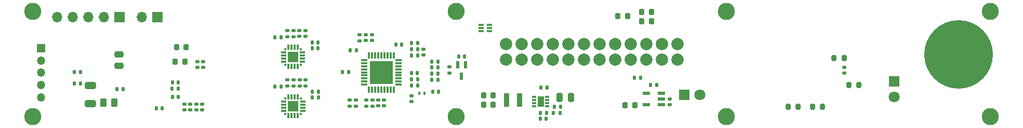
<source format=gts>
G04 #@! TF.GenerationSoftware,KiCad,Pcbnew,(6.0.7)*
G04 #@! TF.CreationDate,2022-09-28T14:11:08+03:00*
G04 #@! TF.ProjectId,dock_rs232,646f636b-5f72-4733-9233-322e6b696361,rev?*
G04 #@! TF.SameCoordinates,Original*
G04 #@! TF.FileFunction,Soldermask,Top*
G04 #@! TF.FilePolarity,Negative*
%FSLAX46Y46*%
G04 Gerber Fmt 4.6, Leading zero omitted, Abs format (unit mm)*
G04 Created by KiCad (PCBNEW (6.0.7)) date 2022-09-28 14:11:08*
%MOMM*%
%LPD*%
G01*
G04 APERTURE LIST*
G04 Aperture macros list*
%AMRoundRect*
0 Rectangle with rounded corners*
0 $1 Rounding radius*
0 $2 $3 $4 $5 $6 $7 $8 $9 X,Y pos of 4 corners*
0 Add a 4 corners polygon primitive as box body*
4,1,4,$2,$3,$4,$5,$6,$7,$8,$9,$2,$3,0*
0 Add four circle primitives for the rounded corners*
1,1,$1+$1,$2,$3*
1,1,$1+$1,$4,$5*
1,1,$1+$1,$6,$7*
1,1,$1+$1,$8,$9*
0 Add four rect primitives between the rounded corners*
20,1,$1+$1,$2,$3,$4,$5,0*
20,1,$1+$1,$4,$5,$6,$7,0*
20,1,$1+$1,$6,$7,$8,$9,0*
20,1,$1+$1,$8,$9,$2,$3,0*%
G04 Aperture macros list end*
%ADD10RoundRect,0.135000X0.135000X0.185000X-0.135000X0.185000X-0.135000X-0.185000X0.135000X-0.185000X0*%
%ADD11RoundRect,0.135000X-0.135000X-0.185000X0.135000X-0.185000X0.135000X0.185000X-0.135000X0.185000X0*%
%ADD12RoundRect,0.200000X0.200000X0.275000X-0.200000X0.275000X-0.200000X-0.275000X0.200000X-0.275000X0*%
%ADD13RoundRect,0.200000X-0.200000X-0.275000X0.200000X-0.275000X0.200000X0.275000X-0.200000X0.275000X0*%
%ADD14RoundRect,0.135000X-0.185000X0.135000X-0.185000X-0.135000X0.185000X-0.135000X0.185000X0.135000X0*%
%ADD15RoundRect,0.135000X0.185000X-0.135000X0.185000X0.135000X-0.185000X0.135000X-0.185000X-0.135000X0*%
%ADD16RoundRect,0.250000X0.262500X0.450000X-0.262500X0.450000X-0.262500X-0.450000X0.262500X-0.450000X0*%
%ADD17R,0.850000X2.200000*%
%ADD18R,1.800000X1.800000*%
%ADD19C,1.800000*%
%ADD20R,1.200000X0.600000*%
%ADD21R,0.700000X0.300000*%
%ADD22R,1.000000X1.800000*%
%ADD23R,0.300000X0.300000*%
%ADD24R,0.900000X0.300000*%
%ADD25R,0.300000X0.900000*%
%ADD26R,1.100000X0.300000*%
%ADD27R,0.300000X1.100000*%
%ADD28R,3.800000X3.800000*%
%ADD29R,0.500000X1.150000*%
%ADD30R,0.850000X0.300000*%
%ADD31RoundRect,0.218750X0.218750X0.256250X-0.218750X0.256250X-0.218750X-0.256250X0.218750X-0.256250X0*%
%ADD32R,0.400000X0.500000*%
%ADD33RoundRect,0.225000X-0.225000X-0.250000X0.225000X-0.250000X0.225000X0.250000X-0.225000X0.250000X0*%
%ADD34RoundRect,0.140000X-0.170000X0.140000X-0.170000X-0.140000X0.170000X-0.140000X0.170000X0.140000X0*%
%ADD35RoundRect,0.140000X0.140000X0.170000X-0.140000X0.170000X-0.140000X-0.170000X0.140000X-0.170000X0*%
%ADD36RoundRect,0.140000X0.170000X-0.140000X0.170000X0.140000X-0.170000X0.140000X-0.170000X-0.140000X0*%
%ADD37RoundRect,0.250000X0.650000X-0.325000X0.650000X0.325000X-0.650000X0.325000X-0.650000X-0.325000X0*%
%ADD38RoundRect,0.250000X-0.475000X0.250000X-0.475000X-0.250000X0.475000X-0.250000X0.475000X0.250000X0*%
%ADD39RoundRect,0.250000X0.250000X0.475000X-0.250000X0.475000X-0.250000X-0.475000X0.250000X-0.475000X0*%
%ADD40RoundRect,0.140000X-0.140000X-0.170000X0.140000X-0.170000X0.140000X0.170000X-0.140000X0.170000X0*%
%ADD41RoundRect,0.225000X0.225000X0.250000X-0.225000X0.250000X-0.225000X-0.250000X0.225000X-0.250000X0*%
%ADD42C,2.800000*%
%ADD43C,2.000000*%
%ADD44C,11.200000*%
%ADD45R,1.700000X1.700000*%
%ADD46O,1.700000X1.700000*%
%ADD47R,1.350000X1.350000*%
%ADD48O,1.350000X1.350000*%
G04 APERTURE END LIST*
D10*
X223885919Y-106597354D03*
X222865919Y-106597354D03*
X317765919Y-108667354D03*
X316745919Y-108667354D03*
X223885919Y-108457354D03*
X222865919Y-108457354D03*
D11*
X229745919Y-109417354D03*
X230765919Y-109417354D03*
D10*
X239815919Y-109267354D03*
X238795919Y-109267354D03*
D12*
X348280919Y-104267354D03*
X346630919Y-104267354D03*
D10*
X299790919Y-113237354D03*
X298770919Y-113237354D03*
X301965919Y-113242354D03*
X300945919Y-113242354D03*
X302065919Y-112237354D03*
X301045919Y-112237354D03*
X299865919Y-109137354D03*
X298845919Y-109137354D03*
D13*
X349060919Y-108697354D03*
X350710919Y-108697354D03*
D14*
X257525919Y-99817354D03*
X257525919Y-100837354D03*
D15*
X258536372Y-100837354D03*
X258536372Y-99817354D03*
D10*
X256565919Y-100927354D03*
X255545919Y-100927354D03*
D14*
X257555919Y-107857354D03*
X257555919Y-108877354D03*
D15*
X258551722Y-108877354D03*
X258551722Y-107857354D03*
D10*
X256565919Y-108992354D03*
X255545919Y-108992354D03*
X278776722Y-103842354D03*
X277756722Y-103842354D03*
D11*
X277756722Y-102842354D03*
X278776722Y-102842354D03*
D14*
X269331722Y-100457354D03*
X269331722Y-101477354D03*
D11*
X281106722Y-107867354D03*
X282126722Y-107867354D03*
D10*
X282126722Y-106867354D03*
X281106722Y-106867354D03*
D11*
X281106722Y-104867354D03*
X282126722Y-104867354D03*
X281111722Y-105867354D03*
X282131722Y-105867354D03*
D14*
X267755919Y-111177354D03*
X267755919Y-112197354D03*
X268755919Y-111177354D03*
X268755919Y-112197354D03*
X283960919Y-105771201D03*
X283960919Y-106791201D03*
D11*
X277756722Y-107777354D03*
X278776722Y-107777354D03*
X277756722Y-101817354D03*
X278776722Y-101817354D03*
D12*
X344800919Y-112247354D03*
X343150919Y-112247354D03*
X340820919Y-112237354D03*
X339170919Y-112237354D03*
D16*
X229368419Y-111617354D03*
X227543419Y-111617354D03*
D11*
X277755919Y-108787354D03*
X278775919Y-108787354D03*
D10*
X315155919Y-107517354D03*
X314135919Y-107517354D03*
D17*
X295370919Y-111167354D03*
X293320919Y-111167354D03*
D18*
X356405919Y-108117354D03*
D19*
X356405919Y-110657354D03*
D18*
X322275919Y-110292354D03*
D19*
X324815919Y-110292354D03*
D20*
X318555919Y-111917354D03*
X318555919Y-110967354D03*
X318555919Y-110017354D03*
X316055919Y-110017354D03*
X316055919Y-111917354D03*
D21*
X299895919Y-112148854D03*
X299895919Y-111648854D03*
X299895919Y-111148854D03*
X299895919Y-110648854D03*
X297795919Y-110648854D03*
X297795919Y-111148854D03*
X297795919Y-111648854D03*
X297795919Y-112148854D03*
D22*
X298845919Y-111398854D03*
D23*
X259736372Y-105362004D03*
D24*
X260036372Y-104862004D03*
X260036372Y-104362004D03*
X260036372Y-103862004D03*
X260036372Y-103362004D03*
D23*
X259736372Y-102862004D03*
D25*
X259236372Y-102562004D03*
X258736372Y-102562004D03*
X258236372Y-102562004D03*
X257736372Y-102562004D03*
D23*
X257236372Y-102862004D03*
D24*
X256936372Y-103362004D03*
X256936372Y-103862004D03*
X256936372Y-104362004D03*
X256936372Y-104862004D03*
D23*
X257236372Y-105362004D03*
D25*
X257736372Y-105662004D03*
X258236372Y-105662004D03*
X258736372Y-105662004D03*
X259236372Y-105662004D03*
D18*
X258486372Y-104112004D03*
D23*
X259756372Y-113433157D03*
D24*
X260056372Y-112933157D03*
X260056372Y-112433157D03*
X260056372Y-111933157D03*
X260056372Y-111433157D03*
D23*
X259756372Y-110933157D03*
D25*
X259256372Y-110633157D03*
X258756372Y-110633157D03*
X258256372Y-110633157D03*
X257756372Y-110633157D03*
D23*
X257256372Y-110933157D03*
D24*
X256956372Y-111433157D03*
X256956372Y-111933157D03*
X256956372Y-112433157D03*
X256956372Y-112933157D03*
D23*
X257256372Y-113433157D03*
D25*
X257756372Y-113733157D03*
X258256372Y-113733157D03*
X258756372Y-113733157D03*
X259256372Y-113733157D03*
D18*
X258506372Y-112183157D03*
D26*
X270071722Y-104637354D03*
X270071722Y-105137354D03*
X270071722Y-105637354D03*
X270071722Y-106137354D03*
X270071722Y-106637354D03*
X270071722Y-107137354D03*
X270071722Y-107637354D03*
X270071722Y-108137354D03*
X270071722Y-108637354D03*
D27*
X270871722Y-109437354D03*
X271371722Y-109437354D03*
X271871722Y-109437354D03*
X272371722Y-109437354D03*
X272871722Y-109437354D03*
X273371722Y-109437354D03*
X273871722Y-109437354D03*
X274371722Y-109437354D03*
X274871722Y-109437354D03*
D26*
X275671722Y-108637354D03*
X275671722Y-108137354D03*
X275671722Y-107637354D03*
X275671722Y-107137354D03*
X275671722Y-106637354D03*
X275671722Y-106137354D03*
X275671722Y-105637354D03*
X275671722Y-105137354D03*
X275671722Y-104637354D03*
D27*
X274871722Y-103837354D03*
X274371722Y-103837354D03*
X273871722Y-103837354D03*
X273371722Y-103837354D03*
X272871722Y-103837354D03*
X272371722Y-103837354D03*
X271871722Y-103837354D03*
X271371722Y-103837354D03*
X270871722Y-103837354D03*
D28*
X272871722Y-106637354D03*
D29*
X286597072Y-105396201D03*
X285297072Y-105396201D03*
X285947072Y-107296201D03*
D30*
X289105919Y-98917354D03*
X289105919Y-99417354D03*
X289105919Y-99917354D03*
X290505919Y-99917354D03*
X290505919Y-99417354D03*
X290505919Y-98917354D03*
D31*
X241073419Y-102497354D03*
X239498419Y-102497354D03*
X240868419Y-104892354D03*
X239293419Y-104892354D03*
D32*
X279101722Y-110035398D03*
X279901722Y-110035398D03*
D31*
X312993419Y-97417354D03*
X311418419Y-97417354D03*
D33*
X312630919Y-112017354D03*
X314180919Y-112017354D03*
D34*
X319905919Y-110987354D03*
X319905919Y-111947354D03*
X348355919Y-105817354D03*
X348355919Y-106777354D03*
D35*
X237150919Y-112532354D03*
X236190919Y-112532354D03*
D36*
X242890919Y-105842354D03*
X242890919Y-104882354D03*
D37*
X225505919Y-111742354D03*
X225505919Y-108792354D03*
D38*
X230155919Y-103667354D03*
X230155919Y-105567354D03*
D36*
X243860919Y-105842354D03*
X243860919Y-104882354D03*
D34*
X242700919Y-111822354D03*
X242700919Y-112782354D03*
D35*
X239780919Y-110672354D03*
X238820919Y-110672354D03*
X239780919Y-108242354D03*
X238820919Y-108242354D03*
D34*
X240750919Y-111812354D03*
X240750919Y-112772354D03*
X241720919Y-111812354D03*
X241720919Y-112772354D03*
X243670919Y-111812354D03*
X243670919Y-112772354D03*
D33*
X289560919Y-111947354D03*
X291110919Y-111947354D03*
X289570919Y-110437354D03*
X291120919Y-110437354D03*
D35*
X299760919Y-114212354D03*
X298800919Y-114212354D03*
D39*
X303805919Y-110737354D03*
X301905919Y-110737354D03*
D35*
X262581722Y-101727354D03*
X261621722Y-101727354D03*
X262581722Y-102707354D03*
X261621722Y-102707354D03*
D34*
X260515919Y-99827354D03*
X260515919Y-100787354D03*
X259535919Y-99827354D03*
X259535919Y-100787354D03*
D35*
X262601722Y-109767354D03*
X261641722Y-109767354D03*
X262611722Y-110737354D03*
X261651722Y-110737354D03*
D34*
X260555919Y-107887354D03*
X260555919Y-108847354D03*
X259555919Y-107887354D03*
X259555919Y-108847354D03*
D35*
X282215919Y-109817354D03*
X281255919Y-109817354D03*
D36*
X271415919Y-112137354D03*
X271415919Y-111177354D03*
D34*
X270335919Y-100472004D03*
X270335919Y-101432004D03*
X279741722Y-102837354D03*
X279741722Y-103797354D03*
D36*
X272385919Y-112127354D03*
X272385919Y-111167354D03*
D34*
X271325919Y-100472004D03*
X271325919Y-101432004D03*
D36*
X277795919Y-111427704D03*
X277795919Y-110467704D03*
D35*
X278741722Y-106797354D03*
X277781722Y-106797354D03*
D36*
X273345919Y-112127354D03*
X273345919Y-111167354D03*
D40*
X267815919Y-102992004D03*
X268775919Y-102992004D03*
D35*
X276221722Y-102067354D03*
X275261722Y-102067354D03*
D40*
X266571722Y-106617354D03*
X267531722Y-106617354D03*
D36*
X270455919Y-112147354D03*
X270455919Y-111187354D03*
D35*
X286455919Y-104046201D03*
X285495919Y-104046201D03*
D41*
X316880919Y-98267354D03*
X315330919Y-98267354D03*
X316880919Y-96767354D03*
X315330919Y-96767354D03*
D42*
X216105919Y-113833157D03*
X329105919Y-113833157D03*
D43*
X295755031Y-104537243D03*
X293215031Y-104537243D03*
X303375031Y-101997243D03*
X305915031Y-101997243D03*
X316075031Y-101997243D03*
X303375031Y-104537243D03*
X308455031Y-104537243D03*
D42*
X372105919Y-113833157D03*
D43*
X310995031Y-104537243D03*
X298295031Y-104537243D03*
X310995031Y-101997243D03*
X295755031Y-101997243D03*
X300835031Y-104537243D03*
X298295031Y-101997243D03*
D42*
X285105919Y-96717354D03*
D43*
X318615031Y-101997243D03*
X321154998Y-101997354D03*
X308455031Y-101997243D03*
X300835031Y-101997243D03*
X316075031Y-104537243D03*
X318615031Y-104537243D03*
X313535031Y-104537243D03*
X313535031Y-101997243D03*
X293215031Y-101997243D03*
D42*
X372105919Y-96717354D03*
D43*
X321155031Y-104537243D03*
D42*
X285105919Y-113833157D03*
D43*
X305915031Y-104537243D03*
D44*
X366925919Y-103687354D03*
D42*
X329105919Y-96717354D03*
X216105919Y-96717354D03*
D45*
X236380919Y-97617354D03*
D46*
X233840919Y-97617354D03*
D45*
X230205919Y-97617354D03*
D46*
X227665919Y-97617354D03*
X225125919Y-97617354D03*
X222585919Y-97617354D03*
X220045919Y-97617354D03*
D47*
X217405919Y-102707354D03*
D48*
X217405919Y-104707354D03*
X217405919Y-106707354D03*
X217405919Y-108707354D03*
X217405919Y-110707354D03*
M02*

</source>
